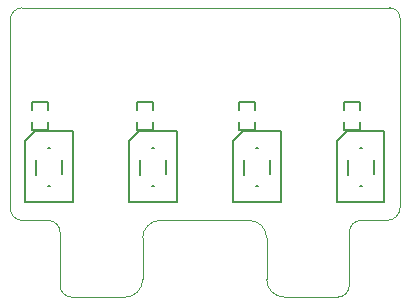
<source format=gbo>
G04 #@! TF.FileFunction,Legend,Bot*
%FSLAX46Y46*%
G04 Gerber Fmt 4.6, Leading zero omitted, Abs format (unit mm)*
G04 Created by KiCad (PCBNEW (2015-01-08 BZR 5360)-product) date 2015-02-02T04:43:26 CET*
%MOMM*%
G01*
G04 APERTURE LIST*
%ADD10C,0.100000*%
%ADD11C,0.150000*%
G04 APERTURE END LIST*
D10*
X91844000Y-77944000D02*
X89644000Y-77944000D01*
X92944000Y-60844000D02*
X92944000Y-76844000D01*
X92044000Y-59944000D02*
X60944000Y-59944000D01*
X60944000Y-77944000D02*
X63244000Y-77944000D01*
X59944000Y-60844000D02*
X59944000Y-76944000D01*
X91844000Y-77944000D02*
G75*
G03X92944000Y-76844000I0J1100000D01*
G01*
X92944000Y-60844000D02*
G75*
G03X92044000Y-59944000I-900000J0D01*
G01*
X59944000Y-76944000D02*
G75*
G03X60944000Y-77944000I1000000J0D01*
G01*
X60944000Y-59944000D02*
G75*
G03X59944000Y-60944000I0J-1000000D01*
G01*
X69644000Y-84444000D02*
X65144000Y-84444000D01*
X71144000Y-79444000D02*
X71144000Y-82944000D01*
X80144000Y-77944000D02*
X72644000Y-77944000D01*
X81644000Y-82944000D02*
X81644000Y-79444000D01*
X87644000Y-84444000D02*
X83144000Y-84444000D01*
X88644000Y-78944000D02*
X88644000Y-83444000D01*
X81644000Y-82944000D02*
G75*
G03X83144000Y-84444000I1500000J0D01*
G01*
X81644000Y-79444000D02*
G75*
G03X80144000Y-77944000I-1500000J0D01*
G01*
X72644000Y-77944000D02*
G75*
G03X71144000Y-79444000I0J-1500000D01*
G01*
X69644000Y-84444000D02*
G75*
G03X71144000Y-82944000I0J1500000D01*
G01*
X64144000Y-78944000D02*
X64144000Y-83444000D01*
X89644000Y-77944000D02*
G75*
G03X88644000Y-78944000I0J-1000000D01*
G01*
X87644000Y-84444000D02*
G75*
G03X88644000Y-83444000I0J1000000D01*
G01*
X64144000Y-83444000D02*
G75*
G03X65144000Y-84444000I1000000J0D01*
G01*
X64144000Y-78944000D02*
G75*
G03X63144000Y-77944000I-1000000J0D01*
G01*
D11*
X63160500Y-69588380D02*
X63160500Y-70294500D01*
X63160500Y-70294500D02*
X61763500Y-70294500D01*
X61763500Y-70294500D02*
X61763500Y-69588380D01*
X63160500Y-67881500D02*
X63160500Y-68587620D01*
X63160500Y-67881500D02*
X61763500Y-67881500D01*
X61763500Y-67881500D02*
X61763500Y-68587620D01*
X72050500Y-69588380D02*
X72050500Y-70294500D01*
X72050500Y-70294500D02*
X70653500Y-70294500D01*
X70653500Y-70294500D02*
X70653500Y-69588380D01*
X72050500Y-67881500D02*
X72050500Y-68587620D01*
X72050500Y-67881500D02*
X70653500Y-67881500D01*
X70653500Y-67881500D02*
X70653500Y-68587620D01*
X80686500Y-69588380D02*
X80686500Y-70294500D01*
X80686500Y-70294500D02*
X79289500Y-70294500D01*
X79289500Y-70294500D02*
X79289500Y-69588380D01*
X80686500Y-67881500D02*
X80686500Y-68587620D01*
X80686500Y-67881500D02*
X79289500Y-67881500D01*
X79289500Y-67881500D02*
X79289500Y-68587620D01*
X88179500Y-68587620D02*
X88179500Y-67881500D01*
X88179500Y-67881500D02*
X89576500Y-67881500D01*
X89576500Y-67881500D02*
X89576500Y-68587620D01*
X88179500Y-70294500D02*
X88179500Y-69588380D01*
X88179500Y-70294500D02*
X89576500Y-70294500D01*
X89576500Y-70294500D02*
X89576500Y-69588380D01*
X91619680Y-76406000D02*
X91619680Y-70406000D01*
X91619680Y-70406000D02*
X88419680Y-70406000D01*
X88419680Y-70406000D02*
X87619680Y-71206000D01*
X87619680Y-71206000D02*
X87619680Y-76406000D01*
X91619680Y-76406000D02*
X87619680Y-76406000D01*
X88519680Y-74106000D02*
X88519680Y-72806000D01*
X89719680Y-75006000D02*
X89519680Y-75006000D01*
X90719680Y-72806000D02*
X90719680Y-74006000D01*
X89719680Y-71806000D02*
X89519680Y-71806000D01*
X82821120Y-76406000D02*
X82821120Y-70406000D01*
X82821120Y-70406000D02*
X79621120Y-70406000D01*
X79621120Y-70406000D02*
X78821120Y-71206000D01*
X78821120Y-71206000D02*
X78821120Y-76406000D01*
X82821120Y-76406000D02*
X78821120Y-76406000D01*
X79721120Y-74106000D02*
X79721120Y-72806000D01*
X80921120Y-75006000D02*
X80721120Y-75006000D01*
X81921120Y-72806000D02*
X81921120Y-74006000D01*
X80921120Y-71806000D02*
X80721120Y-71806000D01*
X74022560Y-76406000D02*
X74022560Y-70406000D01*
X74022560Y-70406000D02*
X70822560Y-70406000D01*
X70822560Y-70406000D02*
X70022560Y-71206000D01*
X70022560Y-71206000D02*
X70022560Y-76406000D01*
X74022560Y-76406000D02*
X70022560Y-76406000D01*
X70922560Y-74106000D02*
X70922560Y-72806000D01*
X72122560Y-75006000D02*
X71922560Y-75006000D01*
X73122560Y-72806000D02*
X73122560Y-74006000D01*
X72122560Y-71806000D02*
X71922560Y-71806000D01*
X65224000Y-76406000D02*
X65224000Y-70406000D01*
X65224000Y-70406000D02*
X62024000Y-70406000D01*
X62024000Y-70406000D02*
X61224000Y-71206000D01*
X61224000Y-71206000D02*
X61224000Y-76406000D01*
X65224000Y-76406000D02*
X61224000Y-76406000D01*
X62124000Y-74106000D02*
X62124000Y-72806000D01*
X63324000Y-75006000D02*
X63124000Y-75006000D01*
X64324000Y-72806000D02*
X64324000Y-74006000D01*
X63324000Y-71806000D02*
X63124000Y-71806000D01*
M02*

</source>
